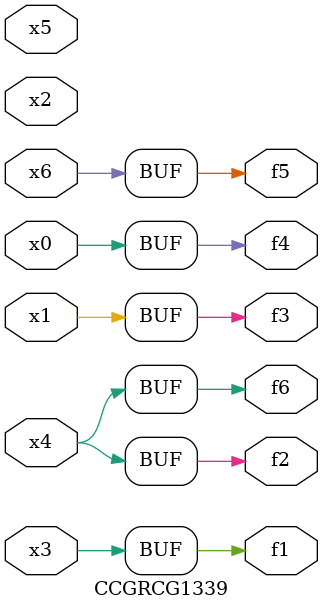
<source format=v>
module CCGRCG1339(
	input x0, x1, x2, x3, x4, x5, x6,
	output f1, f2, f3, f4, f5, f6
);
	assign f1 = x3;
	assign f2 = x4;
	assign f3 = x1;
	assign f4 = x0;
	assign f5 = x6;
	assign f6 = x4;
endmodule

</source>
